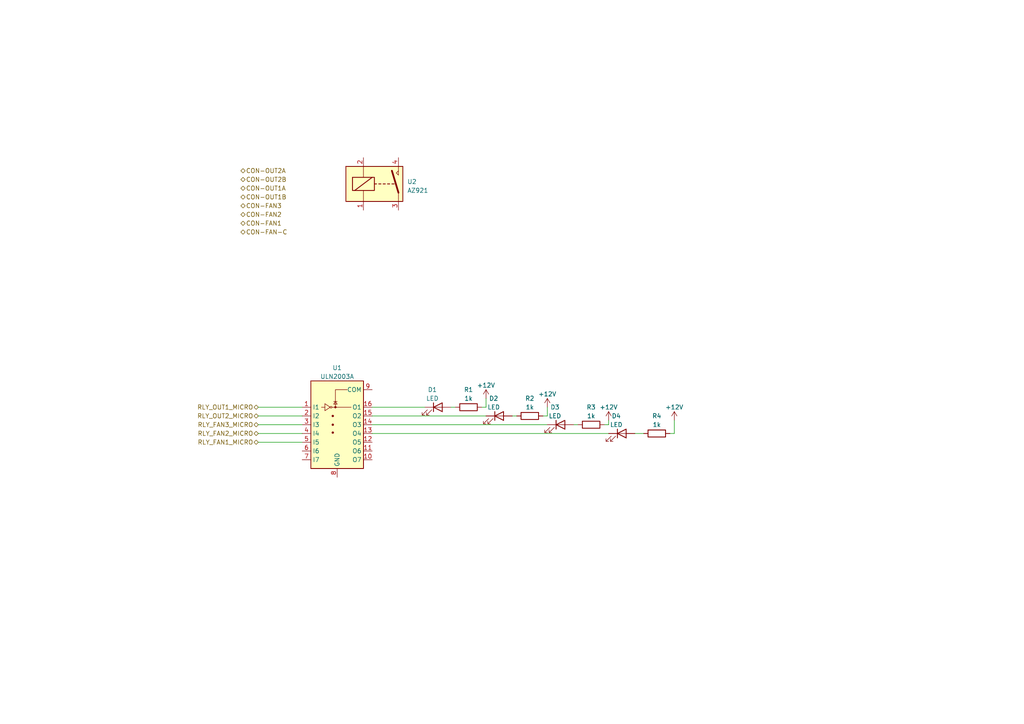
<source format=kicad_sch>
(kicad_sch (version 20230121) (generator eeschema)
  (paper "A4")
  (lib_symbols
    (symbol "Device:LED" (pin_numbers hide) (pin_names (offset 1.016) hide)
      (property "Reference" "D" (at 0 2.54 0))
      (property "Value" "LED" (at 0 -2.54 0))
      (symbol "LED_0_1"
        (polyline (pts (xy -1.27 -1.27) (xy -1.27 1.27)) (stroke (width 0.254)))
        (polyline (pts (xy -1.27 0) (xy 1.27 0)))
        (polyline (pts (xy 1.27 -1.27) (xy 1.27 1.27) (xy -1.27 0) (xy 1.27 -1.27)) (stroke (width 0.254)))
        (polyline (pts (xy -3.048 -0.762) (xy -4.572 -2.286) (xy -3.81 -2.286) (xy -4.572 -2.286) (xy -4.572 -1.524)))
        (polyline (pts (xy -1.778 -0.762) (xy -3.302 -2.286) (xy -2.54 -2.286) (xy -3.302 -2.286) (xy -3.302 -1.524)))
      )
      (symbol "LED_1_1"
        (pin passive line (at -3.81 0 0) (length 2.54) (name "K") (number "1"))
        (pin passive line (at 3.81 0 180) (length 2.54) (name "A") (number "2"))
      )
    )
    (symbol "Device:R" (pin_numbers hide) (pin_names (offset 0))
      (property "Reference" "R" (at 2.032 0 90))
      (property "Value" "R" (at 0 0 90))
      (symbol "R_0_1"
        (rectangle (start -1.016 -2.54) (end 1.016 2.54) (stroke (width 0.254)))
      )
      (symbol "R_1_1"
        (pin passive line (at 0 3.81 270) (length 1.27) (name "~") (number "1"))
        (pin passive line (at 0 -3.81 90) (length 1.27) (name "~") (number "2"))
      )
    )
    (symbol "Transistor_Array:ULN2003A"
      (property "Reference" "U" (at 0 15.875 0))
      (property "Value" "ULN2003A" (at 0 13.97 0))
      (symbol "ULN2003A_0_1"
        (rectangle (start -7.62 -12.7) (end 7.62 12.7) (stroke (width 0.254)) (fill (type background)))
        (circle (center -1.778 5.08) (radius 0.254))
        (circle (center -1.27 -2.286) (radius 0.254) (fill (type outline)))
        (circle (center -1.27 0) (radius 0.254) (fill (type outline)))
        (circle (center -1.27 2.54) (radius 0.254) (fill (type outline)))
        (circle (center -0.508 5.08) (radius 0.254) (fill (type outline)))
        (polyline (pts (xy -4.572 5.08) (xy -3.556 5.08)))
        (polyline (pts (xy -1.524 5.08) (xy 4.064 5.08)))
        (polyline (pts (xy 0 6.731) (xy -1.016 6.731)))
        (polyline (pts (xy -0.508 5.08) (xy -0.508 10.16) (xy 2.921 10.16)))
        (polyline (pts (xy -3.556 6.096) (xy -3.556 4.064) (xy -2.032 5.08) (xy -3.556 6.096)))
        (polyline (pts (xy 0 5.969) (xy -1.016 5.969) (xy -0.508 6.731) (xy 0 5.969)))
      )
      (symbol "ULN2003A_1_1"
        (pin input line (at -10.16 5.08 0) (length 2.54) (name "I1") (number "1"))
        (pin open_collector line (at 10.16 -10.16 180) (length 2.54) (name "O7") (number "10"))
        (pin open_collector line (at 10.16 -7.62 180) (length 2.54) (name "O6") (number "11"))
        (pin open_collector line (at 10.16 -5.08 180) (length 2.54) (name "O5") (number "12"))
        (pin open_collector line (at 10.16 -2.54 180) (length 2.54) (name "O4") (number "13"))
        (pin open_collector line (at 10.16 0 180) (length 2.54) (name "O3") (number "14"))
        (pin open_collector line (at 10.16 2.54 180) (length 2.54) (name "O2") (number "15"))
        (pin open_collector line (at 10.16 5.08 180) (length 2.54) (name "O1") (number "16"))
        (pin input line (at -10.16 2.54 0) (length 2.54) (name "I2") (number "2"))
        (pin input line (at -10.16 0 0) (length 2.54) (name "I3") (number "3"))
        (pin input line (at -10.16 -2.54 0) (length 2.54) (name "I4") (number "4"))
        (pin input line (at -10.16 -5.08 0) (length 2.54) (name "I5") (number "5"))
        (pin input line (at -10.16 -7.62 0) (length 2.54) (name "I6") (number "6"))
        (pin input line (at -10.16 -10.16 0) (length 2.54) (name "I7") (number "7"))
        (pin power_in line (at 0 -15.24 90) (length 2.54) (name "GND") (number "8"))
        (pin passive line (at 10.16 10.16 180) (length 2.54) (name "COM") (number "9"))
      )
    )
    (symbol "nuevos simvolos:AZ921"
      (property "Reference" "U" (at -12.7 1.27 0))
      (property "Value" "AZ921" (at -12.7 -1.27 0))
      (symbol "AZ921_0_0"
        (polyline (pts (xy 6.35 5.08) (xy 6.35 2.54) (xy 5.715 3.175) (xy 6.35 3.81)))
      )
      (symbol "AZ921_0_1"
        (rectangle (start -8.89 5.08) (end 7.62 -5.08) (stroke (width 0.254)) (fill (type background)))
        (rectangle (start -6.985 1.905) (end -0.635 -1.905) (stroke (width 0.254)))
        (polyline (pts (xy -6.35 -1.905) (xy -1.27 1.905)) (stroke (width 0.254)))
        (polyline (pts (xy -3.81 -5.08) (xy -3.81 -1.905)))
        (polyline (pts (xy -3.81 5.08) (xy -3.81 1.905)))
        (polyline (pts (xy -0.635 0) (xy 0 0)) (stroke (width 0.254)))
        (polyline (pts (xy 0.635 0) (xy 1.27 0)) (stroke (width 0.254)))
        (polyline (pts (xy 1.905 0) (xy 2.54 0)) (stroke (width 0.254)))
        (polyline (pts (xy 3.175 0) (xy 3.81 0)) (stroke (width 0.254)))
        (polyline (pts (xy 4.445 0) (xy 5.08 0)) (stroke (width 0.254)))
        (polyline (pts (xy 6.35 -2.54) (xy 4.445 3.81)) (stroke (width 0.508)))
        (polyline (pts (xy 6.35 -2.54) (xy 6.35 -5.08)))
      )
      (symbol "AZ921_1_1"
        (pin passive line (at -3.81 -7.62 90) (length 2.54) (name "~") (number "1"))
        (pin passive line (at -3.81 7.62 270) (length 2.54) (name "~") (number "2"))
        (pin passive line (at 6.35 -7.62 90) (length 2.54) (name "~") (number "3"))
        (pin passive line (at 6.35 7.62 270) (length 2.54) (name "~") (number "4"))
      )
    )
    (symbol "power:+12V" (power) (pin_names (offset 0))
      (property "Value" "+12V" (at 0 3.556 0))
      (symbol "+12V_0_1"
        (polyline (pts (xy -0.762 1.27) (xy 0 2.54)))
        (polyline (pts (xy 0 0) (xy 0 2.54)))
        (polyline (pts (xy 0 2.54) (xy 0.762 1.27)))
      )
      (symbol "+12V_1_1"
        (pin power_in line (at 0 0 90) (length 0) hide (name "+12V") (number "1"))
      )
    )
  )
  (wire (pts (xy 184.15 125.73) (xy 186.69 125.73)))
  (wire (pts (xy 74.93 120.65) (xy 87.63 120.65)))
  (wire (pts (xy 107.95 118.11) (xy 123.19 118.11)))
  (wire (pts (xy 158.75 118.11) (xy 158.75 120.65)))
  (wire (pts (xy 74.93 125.73) (xy 87.63 125.73)))
  (wire (pts (xy 74.93 128.27) (xy 87.63 128.27)))
  (wire (pts (xy 140.97 115.57) (xy 140.97 118.11)))
  (wire (pts (xy 195.58 125.73) (xy 194.31 125.73)))
  (wire (pts (xy 74.93 123.19) (xy 87.63 123.19)))
  (wire (pts (xy 166.37 123.19) (xy 167.64 123.19)))
  (wire (pts (xy 148.59 120.65) (xy 149.86 120.65)))
  (wire (pts (xy 158.75 120.65) (xy 157.48 120.65)))
  (wire (pts (xy 195.58 121.92) (xy 195.58 125.73)))
  (wire (pts (xy 176.53 121.92) (xy 176.53 123.19)))
  (wire (pts (xy 107.95 125.73) (xy 176.53 125.73)))
  (wire (pts (xy 74.93 118.11) (xy 87.63 118.11)))
  (wire (pts (xy 107.95 123.19) (xy 158.75 123.19)))
  (wire (pts (xy 130.81 118.11) (xy 132.08 118.11)))
  (wire (pts (xy 140.97 118.11) (xy 139.7 118.11)))
  (wire (pts (xy 107.95 120.65) (xy 140.97 120.65)))
  (wire (pts (xy 176.53 123.19) (xy 175.26 123.19)))
  (hierarchical_label "CON-FAN1" (shape bidirectional) (at 69.85 64.77 0))
  (hierarchical_label "RLY_FAN2_MICRO" (shape bidirectional) (at 74.93 125.73 180))
  (hierarchical_label "CON-FAN3" (shape bidirectional) (at 69.85 59.69 0))
  (hierarchical_label "CON-OUT1B" (shape bidirectional) (at 69.85 57.15 0))
  (hierarchical_label "CON-OUT2B" (shape bidirectional) (at 69.85 52.07 0))
  (hierarchical_label "RLY_OUT2_MICRO" (shape bidirectional) (at 74.93 120.65 180))
  (hierarchical_label "CON-FAN2" (shape bidirectional) (at 69.85 62.23 0))
  (hierarchical_label "CON-OUT1A" (shape bidirectional) (at 69.85 54.61 0))
  (hierarchical_label "RLY_FAN1_MICRO" (shape bidirectional) (at 74.93 128.27 180))
  (hierarchical_label "RLY_OUT1_MICRO" (shape bidirectional) (at 74.93 118.11 180))
  (hierarchical_label "RLY_FAN3_MICRO" (shape bidirectional) (at 74.93 123.19 180))
  (hierarchical_label "CON-OUT2A" (shape bidirectional) (at 69.85 49.53 0))
  (hierarchical_label "CON-FAN-C" (shape bidirectional) (at 69.85 67.31 0))
  (symbol (lib_id "power:+12V") (at 140.97 115.57 0) (unit 1)
    (property "Reference" "#PWR01" (effects hide))
    (property "Value" "+12V" (at 140.97 111.76 0))
  )
  (symbol (lib_id "Device:R") (at 153.67 120.65 90) (unit 1)
    (property "Reference" "R2" (at 153.67 115.57 90))
    (property "Value" "1k" (at 153.67 118.11 90))
  )
  (symbol (lib_id "Transistor_Array:ULN2003A") (at 97.79 123.19 0) (unit 1)
    (property "Reference" "U1" (at 97.79 106.68 0))
    (property "Value" "ULN2003A" (at 97.79 109.22 0))
    (property "Datasheet" "http://www.ti.com/lit/ds/symlink/uln2003a.pdf" (effects hide))
  )
  (symbol (lib_id "power:+12V") (at 195.58 121.92 0) (unit 1)
    (property "Reference" "#PWR04" (effects hide))
    (property "Value" "+12V" (at 195.58 118.11 0))
  )
  (symbol (lib_id "power:+12V") (at 176.53 121.92 0) (unit 1)
    (property "Reference" "#PWR03" (effects hide))
    (property "Value" "+12V" (at 176.53 118.11 0))
  )
  (symbol (lib_id "Device:R") (at 135.89 118.11 90) (unit 1)
    (property "Reference" "R1" (at 135.89 113.03 90))
    (property "Value" "1k" (at 135.89 115.57 90))
  )
  (symbol (lib_id "Device:LED") (at 127 118.11 0) (unit 1)
    (property "Reference" "D1" (at 125.4125 113.03 0))
    (property "Value" "LED" (at 125.4125 115.57 0))
  )
  (symbol (lib_id "power:+12V") (at 158.75 118.11 0) (unit 1)
    (property "Reference" "#PWR02" (effects hide))
    (property "Value" "+12V" (at 158.75 114.3 0))
  )
  (symbol (lib_id "nuevos simvolos:AZ921") (at 109.22 53.34 0) (unit 1)
    (property "Reference" "U2" (at 118.11 52.705 0) (effects (justify left)))
    (property "Value" "AZ921" (at 118.11 55.245 0) (effects (justify left)))
  )
  (symbol (lib_id "Device:R") (at 190.5 125.73 90) (unit 1)
    (property "Reference" "R4" (at 190.5 120.65 90))
    (property "Value" "1k" (at 190.5 123.19 90))
  )
  (symbol (lib_id "Device:LED") (at 144.78 120.65 0) (unit 1)
    (property "Reference" "D2" (at 143.1925 115.57 0))
    (property "Value" "LED" (at 143.1925 118.11 0))
  )
  (symbol (lib_id "Device:R") (at 171.45 123.19 90) (unit 1)
    (property "Reference" "R3" (at 171.45 118.11 90))
    (property "Value" "1k" (at 171.45 120.65 90))
  )
  (symbol (lib_id "Device:LED") (at 162.56 123.19 0) (unit 1)
    (property "Reference" "D3" (at 160.9725 118.11 0))
    (property "Value" "LED" (at 160.9725 120.65 0))
  )
  (symbol (lib_id "Device:LED") (at 180.34 125.73 0) (unit 1)
    (property "Reference" "D4" (at 178.7525 120.65 0))
    (property "Value" "LED" (at 178.7525 123.19 0))
  )
)
</source>
